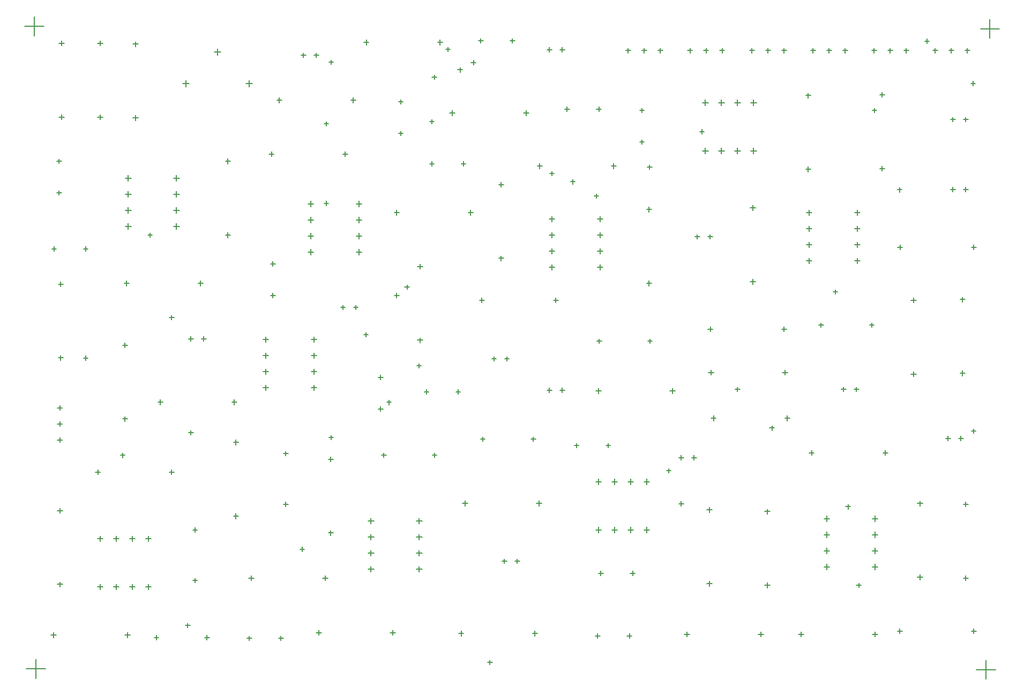
<source format=gbr>
G04*
G04 #@! TF.GenerationSoftware,Altium Limited,Altium Designer,22.4.2 (48)*
G04*
G04 Layer_Color=128*
%FSLAX25Y25*%
%MOIN*%
G70*
G04*
G04 #@! TF.SameCoordinates,9D7DA267-A193-428E-9E10-CD2539F38239*
G04*
G04*
G04 #@! TF.FilePolarity,Positive*
G04*
G01*
G75*
%ADD36C,0.00500*%
D36*
X530728Y447000D02*
X534272D01*
X532500Y445228D02*
Y448772D01*
X540728Y447000D02*
X544272D01*
X542500Y445228D02*
Y448772D01*
X550728Y447000D02*
X554272D01*
X552500Y445228D02*
Y448772D01*
X520728Y417000D02*
X524272D01*
X522500Y415228D02*
Y418772D01*
X197315Y458815D02*
X201315D01*
X199315Y456815D02*
Y460815D01*
X236685Y458815D02*
X240685D01*
X238685Y456815D02*
Y460815D01*
X217000Y478500D02*
X221000D01*
X219000Y476500D02*
Y480500D01*
X144228Y145500D02*
X147772D01*
X146000Y143728D02*
Y147272D01*
X154228Y145500D02*
X157772D01*
X156000Y143728D02*
Y147272D01*
X164228Y145500D02*
X167772D01*
X166000Y143728D02*
Y147272D01*
X174228Y145500D02*
X177772D01*
X176000Y143728D02*
Y147272D01*
X144228Y175500D02*
X147772D01*
X146000Y173728D02*
Y177272D01*
X154228Y175500D02*
X157772D01*
X156000Y173728D02*
Y177272D01*
X164228Y175500D02*
X167772D01*
X166000Y173728D02*
Y177272D01*
X174228Y175500D02*
X177772D01*
X176000Y173728D02*
Y177272D01*
X277228Y269500D02*
X280772D01*
X279000Y267728D02*
Y271272D01*
X277228Y279500D02*
X280772D01*
X279000Y277728D02*
Y281272D01*
X277228Y289500D02*
X280772D01*
X279000Y287728D02*
Y291272D01*
X277228Y299500D02*
X280772D01*
X279000Y297728D02*
Y301272D01*
X247228Y269500D02*
X250772D01*
X249000Y267728D02*
Y271272D01*
X247228Y279500D02*
X250772D01*
X249000Y277728D02*
Y281272D01*
X247228Y289500D02*
X250772D01*
X249000Y287728D02*
Y291272D01*
X247228Y299500D02*
X250772D01*
X249000Y297728D02*
Y301272D01*
X585228Y378500D02*
X588772D01*
X587000Y376728D02*
Y380272D01*
X585228Y368500D02*
X588772D01*
X587000Y366728D02*
Y370272D01*
X585228Y358500D02*
X588772D01*
X587000Y356728D02*
Y360272D01*
X585228Y348500D02*
X588772D01*
X587000Y346728D02*
Y350272D01*
X615228Y378500D02*
X618772D01*
X617000Y376728D02*
Y380272D01*
X615228Y368500D02*
X618772D01*
X617000Y366728D02*
Y370272D01*
X615228Y358500D02*
X618772D01*
X617000Y356728D02*
Y360272D01*
X615228Y348500D02*
X618772D01*
X617000Y346728D02*
Y350272D01*
X425228Y374500D02*
X428772D01*
X427000Y372728D02*
Y376272D01*
X425228Y364500D02*
X428772D01*
X427000Y362728D02*
Y366272D01*
X425228Y354500D02*
X428772D01*
X427000Y352728D02*
Y356272D01*
X425228Y344500D02*
X428772D01*
X427000Y342728D02*
Y346272D01*
X455228Y374500D02*
X458772D01*
X457000Y372728D02*
Y376272D01*
X455228Y364500D02*
X458772D01*
X457000Y362728D02*
Y366272D01*
X455228Y354500D02*
X458772D01*
X457000Y352728D02*
Y356272D01*
X455228Y344500D02*
X458772D01*
X457000Y342728D02*
Y346272D01*
X161728Y400000D02*
X165272D01*
X163500Y398228D02*
Y401772D01*
X161728Y390000D02*
X165272D01*
X163500Y388228D02*
Y391772D01*
X161728Y380000D02*
X165272D01*
X163500Y378228D02*
Y381772D01*
X161728Y370000D02*
X165272D01*
X163500Y368228D02*
Y371772D01*
X191728Y400000D02*
X195272D01*
X193500Y398228D02*
Y401772D01*
X191728Y390000D02*
X195272D01*
X193500Y388228D02*
Y391772D01*
X191728Y380000D02*
X195272D01*
X193500Y378228D02*
Y381772D01*
X191728Y370000D02*
X195272D01*
X193500Y368228D02*
Y371772D01*
X520728Y447000D02*
X524272D01*
X522500Y445228D02*
Y448772D01*
X550728Y417000D02*
X554272D01*
X552500Y415228D02*
Y418772D01*
X540728Y417000D02*
X544272D01*
X542500Y415228D02*
Y418772D01*
X530728Y417000D02*
X534272D01*
X532500Y415228D02*
Y418772D01*
X454122Y115000D02*
X456878D01*
X455500Y113622D02*
Y116378D01*
X473807Y115000D02*
X476563D01*
X475185Y113622D02*
Y116378D01*
X312728Y186500D02*
X316272D01*
X314500Y184728D02*
Y188272D01*
X312728Y176500D02*
X316272D01*
X314500Y174728D02*
Y178272D01*
X312728Y166500D02*
X316272D01*
X314500Y164728D02*
Y168272D01*
X312728Y156500D02*
X316272D01*
X314500Y154728D02*
Y158272D01*
X342728Y186500D02*
X346272D01*
X344500Y184728D02*
Y188272D01*
X342728Y176500D02*
X346272D01*
X344500Y174728D02*
Y178272D01*
X342728Y166500D02*
X346272D01*
X344500Y164728D02*
Y168272D01*
X342728Y156500D02*
X346272D01*
X344500Y154728D02*
Y158272D01*
X454228Y181000D02*
X457772D01*
X456000Y179228D02*
Y182772D01*
X464228Y181000D02*
X467772D01*
X466000Y179228D02*
Y182772D01*
X474228Y181000D02*
X477772D01*
X476000Y179228D02*
Y182772D01*
X484228Y181000D02*
X487772D01*
X486000Y179228D02*
Y182772D01*
X454228Y211000D02*
X457772D01*
X456000Y209228D02*
Y212772D01*
X464228Y211000D02*
X467772D01*
X466000Y209228D02*
Y212772D01*
X474228Y211000D02*
X477772D01*
X476000Y209228D02*
Y212772D01*
X484228Y211000D02*
X487772D01*
X486000Y209228D02*
Y212772D01*
X275228Y384000D02*
X278772D01*
X277000Y382228D02*
Y385772D01*
X275228Y374000D02*
X278772D01*
X277000Y372228D02*
Y375772D01*
X275228Y364000D02*
X278772D01*
X277000Y362228D02*
Y365772D01*
X275228Y354000D02*
X278772D01*
X277000Y352228D02*
Y355772D01*
X305228Y384000D02*
X308772D01*
X307000Y382228D02*
Y385772D01*
X305228Y374000D02*
X308772D01*
X307000Y372228D02*
Y375772D01*
X305228Y364000D02*
X308772D01*
X307000Y362228D02*
Y365772D01*
X305228Y354000D02*
X308772D01*
X307000Y352228D02*
Y355772D01*
X596228Y188000D02*
X599772D01*
X598000Y186228D02*
Y189772D01*
X596228Y178000D02*
X599772D01*
X598000Y176228D02*
Y179772D01*
X596228Y168000D02*
X599772D01*
X598000Y166228D02*
Y169772D01*
X596228Y158000D02*
X599772D01*
X598000Y156228D02*
Y159772D01*
X626228Y188000D02*
X629772D01*
X628000Y186228D02*
Y189772D01*
X626228Y178000D02*
X629772D01*
X628000Y176228D02*
Y179772D01*
X626228Y168000D02*
X629772D01*
X628000Y166228D02*
Y169772D01*
X626228Y158000D02*
X629772D01*
X628000Y156228D02*
Y159772D01*
X119500Y257000D02*
X122500D01*
X121000Y255500D02*
Y258500D01*
X119500Y247000D02*
X122500D01*
X121000Y245500D02*
Y248500D01*
X119500Y237000D02*
X122500D01*
X121000Y235500D02*
Y238500D01*
X179622Y114000D02*
X182378D01*
X181000Y112622D02*
Y115378D01*
X211118Y114000D02*
X213874D01*
X212496Y112622D02*
Y115378D01*
X203622Y149504D02*
X206378D01*
X205000Y148126D02*
Y150882D01*
X203622Y181000D02*
X206378D01*
X205000Y179622D02*
Y182378D01*
X260122Y228500D02*
X262878D01*
X261500Y227122D02*
Y229878D01*
X260122Y197004D02*
X262878D01*
X261500Y195626D02*
Y198382D01*
X352622Y227500D02*
X355378D01*
X354000Y226122D02*
Y228878D01*
X321126Y227500D02*
X323882D01*
X322504Y226122D02*
Y228878D01*
X382622Y237500D02*
X385378D01*
X384000Y236122D02*
Y238878D01*
X414118Y237500D02*
X416874D01*
X415496Y236122D02*
Y238878D01*
X593126Y308500D02*
X595882D01*
X594504Y307122D02*
Y309878D01*
X624622Y308500D02*
X627378D01*
X626000Y307122D02*
Y309878D01*
X455126Y298500D02*
X457882D01*
X456504Y297122D02*
Y299878D01*
X486622Y298500D02*
X489378D01*
X488000Y297122D02*
Y299878D01*
X287925Y179067D02*
X291075D01*
X289500Y177492D02*
Y180642D01*
X287925Y225000D02*
X291075D01*
X289500Y223425D02*
Y226575D01*
X228925Y235500D02*
X232075D01*
X230500Y233925D02*
Y237075D01*
X228925Y189567D02*
X232075D01*
X230500Y187992D02*
Y191142D01*
X280425Y117000D02*
X283575D01*
X282000Y115425D02*
Y118575D01*
X326358Y117000D02*
X329508D01*
X327933Y115425D02*
Y118575D01*
X188925Y217000D02*
X192075D01*
X190500Y215425D02*
Y218575D01*
X142992Y217000D02*
X146142D01*
X144567Y215425D02*
Y218575D01*
X159925Y250067D02*
X163075D01*
X161500Y248492D02*
Y251642D01*
X159925Y296000D02*
X163075D01*
X161500Y294425D02*
Y297575D01*
X119425Y147067D02*
X122575D01*
X121000Y145492D02*
Y148642D01*
X119425Y193000D02*
X122575D01*
X121000Y191425D02*
Y194575D01*
X238492Y151000D02*
X241642D01*
X240067Y149425D02*
Y152575D01*
X284425Y151000D02*
X287575D01*
X286000Y149425D02*
Y152575D01*
X161425Y115500D02*
X164575D01*
X163000Y113925D02*
Y117075D01*
X115492Y115500D02*
X118642D01*
X117067Y113925D02*
Y117075D01*
X414925Y116500D02*
X418075D01*
X416500Y114925D02*
Y118075D01*
X368992Y116500D02*
X372142D01*
X370567Y114925D02*
Y118075D01*
X454425Y267500D02*
X457575D01*
X456000Y265925D02*
Y269075D01*
X500358Y267500D02*
X503508D01*
X501933Y265925D02*
Y269075D01*
X417358Y197500D02*
X420508D01*
X418933Y195925D02*
Y199075D01*
X371425Y197500D02*
X374575D01*
X373000Y195925D02*
Y199075D01*
X555358Y116000D02*
X558508D01*
X556933Y114425D02*
Y117575D01*
X509425Y116000D02*
X512575D01*
X511000Y114425D02*
Y117575D01*
X523425Y193500D02*
X526575D01*
X525000Y191925D02*
Y195075D01*
X523425Y147567D02*
X526575D01*
X525000Y145992D02*
Y149142D01*
X580492Y116000D02*
X583642D01*
X582067Y114425D02*
Y117575D01*
X626425Y116000D02*
X629575D01*
X628000Y114425D02*
Y117575D01*
X687858Y118000D02*
X691008D01*
X689433Y116425D02*
Y119575D01*
X641925Y118000D02*
X645075D01*
X643500Y116425D02*
Y119575D01*
X525992Y250500D02*
X529142D01*
X527567Y248925D02*
Y252075D01*
X571925Y250500D02*
X575075D01*
X573500Y248925D02*
Y252075D01*
X559425Y192433D02*
X562575D01*
X561000Y190858D02*
Y194008D01*
X559425Y146500D02*
X562575D01*
X561000Y144925D02*
Y148075D01*
X682925Y196933D02*
X686075D01*
X684500Y195358D02*
Y198508D01*
X682925Y151000D02*
X686075D01*
X684500Y149425D02*
Y152575D01*
X680925Y278500D02*
X684075D01*
X682500Y276925D02*
Y280075D01*
X680925Y324433D02*
X684075D01*
X682500Y322858D02*
Y326008D01*
X641992Y357000D02*
X645142D01*
X643567Y355425D02*
Y358575D01*
X687925Y357000D02*
X691075D01*
X689500Y355425D02*
Y358575D01*
X632925Y229000D02*
X636075D01*
X634500Y227425D02*
Y230575D01*
X586992Y229000D02*
X590142D01*
X588567Y227425D02*
Y230575D01*
X654425Y197433D02*
X657575D01*
X656000Y195858D02*
Y199008D01*
X654425Y151500D02*
X657575D01*
X656000Y149925D02*
Y153075D01*
X650425Y323933D02*
X653575D01*
X652000Y322358D02*
Y325508D01*
X650425Y278000D02*
X653575D01*
X652000Y276425D02*
Y279575D01*
X550425Y335567D02*
X553575D01*
X552000Y333992D02*
Y337142D01*
X550425Y381500D02*
X553575D01*
X552000Y379925D02*
Y383075D01*
X630925Y451933D02*
X634075D01*
X632500Y450358D02*
Y453508D01*
X630925Y406000D02*
X634075D01*
X632500Y404425D02*
Y407575D01*
X570425Y279000D02*
X573575D01*
X572000Y277425D02*
Y280575D01*
X524492Y279000D02*
X527642D01*
X526067Y277425D02*
Y280575D01*
X343425Y345000D02*
X346575D01*
X345000Y343425D02*
Y346575D01*
X343425Y299067D02*
X346575D01*
X345000Y297492D02*
Y300642D01*
X569925Y306000D02*
X573075D01*
X571500Y304425D02*
Y307575D01*
X523992Y306000D02*
X527142D01*
X525567Y304425D02*
Y307575D01*
X584925Y405500D02*
X588075D01*
X586500Y403925D02*
Y407075D01*
X584925Y451433D02*
X588075D01*
X586500Y449858D02*
Y453008D01*
X393925Y350067D02*
X397075D01*
X395500Y348492D02*
Y351642D01*
X393925Y396000D02*
X397075D01*
X395500Y394425D02*
Y397575D01*
X381925Y324000D02*
X385075D01*
X383500Y322425D02*
Y325575D01*
X427858Y324000D02*
X431008D01*
X429433Y322425D02*
Y325575D01*
X417925Y407500D02*
X421075D01*
X419500Y405925D02*
Y409075D01*
X463858Y407500D02*
X467008D01*
X465433Y405925D02*
Y409075D01*
X485925Y334567D02*
X489075D01*
X487500Y332992D02*
Y336142D01*
X485925Y380500D02*
X489075D01*
X487500Y378925D02*
Y382075D01*
X363492Y440500D02*
X366642D01*
X365067Y438925D02*
Y442075D01*
X409425Y440500D02*
X412575D01*
X411000Y438925D02*
Y442075D01*
X374858Y378500D02*
X378008D01*
X376433Y376925D02*
Y380075D01*
X328925Y378500D02*
X332075D01*
X330500Y376925D02*
Y380075D01*
X355925Y484500D02*
X359075D01*
X357500Y482925D02*
Y486075D01*
X309992Y484500D02*
X313142D01*
X311567Y482925D02*
Y486075D01*
X250992Y415000D02*
X254142D01*
X252567Y413425D02*
Y416575D01*
X296925Y415000D02*
X300075D01*
X298500Y413425D02*
Y416575D01*
X227858Y260500D02*
X231008D01*
X229433Y258925D02*
Y262075D01*
X181925Y260500D02*
X185075D01*
X183500Y258925D02*
Y262075D01*
X223925Y410500D02*
X227075D01*
X225500Y408925D02*
Y412075D01*
X223925Y364567D02*
X227075D01*
X225500Y362992D02*
Y366142D01*
X206858Y334500D02*
X210008D01*
X208433Y332925D02*
Y336075D01*
X160925Y334500D02*
X164075D01*
X162500Y332925D02*
Y336075D01*
X301858Y448500D02*
X305008D01*
X303433Y446925D02*
Y450075D01*
X255925Y448500D02*
X259075D01*
X257500Y446925D02*
Y450075D01*
X119925Y288067D02*
X123075D01*
X121500Y286492D02*
Y289642D01*
X119925Y334000D02*
X123075D01*
X121500Y332425D02*
Y335575D01*
X166425Y483433D02*
X169575D01*
X168000Y481858D02*
Y485008D01*
X166425Y437500D02*
X169575D01*
X168000Y435925D02*
Y439075D01*
X144425Y438000D02*
X147575D01*
X146000Y436425D02*
Y439575D01*
X144425Y483933D02*
X147575D01*
X146000Y482358D02*
Y485508D01*
X120425Y483933D02*
X123575D01*
X122000Y482358D02*
Y485508D01*
X120425Y438000D02*
X123575D01*
X122000Y436425D02*
Y439575D01*
X209122Y300000D02*
X211878D01*
X210500Y298622D02*
Y301378D01*
X201122Y300000D02*
X203878D01*
X202500Y298622D02*
Y301378D01*
X396122Y161500D02*
X398878D01*
X397500Y160122D02*
Y162878D01*
X404122Y161500D02*
X406878D01*
X405500Y160122D02*
Y162878D01*
X424122Y268000D02*
X426878D01*
X425500Y266622D02*
Y269378D01*
X432122Y268000D02*
X434878D01*
X433500Y266622D02*
Y269378D01*
X506122Y226000D02*
X508878D01*
X507500Y224622D02*
Y227378D01*
X514122Y226000D02*
X516878D01*
X515500Y224622D02*
Y227378D01*
X680122Y238000D02*
X682878D01*
X681500Y236622D02*
Y239378D01*
X672122Y238000D02*
X674878D01*
X673500Y236622D02*
Y239378D01*
X675122Y393000D02*
X677878D01*
X676500Y391622D02*
Y394378D01*
X683122Y393000D02*
X685878D01*
X684500Y391622D02*
Y394378D01*
X615122Y268500D02*
X617878D01*
X616500Y267122D02*
Y269878D01*
X607122Y268500D02*
X609878D01*
X608500Y267122D02*
Y269878D01*
X675122Y436500D02*
X677878D01*
X676500Y435122D02*
Y437878D01*
X683122Y436500D02*
X685878D01*
X684500Y435122D02*
Y437878D01*
X397622Y287500D02*
X400378D01*
X399000Y286122D02*
Y288878D01*
X389622Y287500D02*
X392378D01*
X391000Y286122D02*
Y288878D01*
X295622Y319500D02*
X298378D01*
X297000Y318122D02*
Y320878D01*
X303622Y319500D02*
X306378D01*
X305000Y318122D02*
Y320878D01*
X524122Y363500D02*
X526878D01*
X525500Y362122D02*
Y364878D01*
X516122Y363500D02*
X518878D01*
X517500Y362122D02*
Y364878D01*
X432122Y480000D02*
X434878D01*
X433500Y478622D02*
Y481378D01*
X424122Y480000D02*
X426878D01*
X425500Y478622D02*
Y481378D01*
X279122Y476500D02*
X281878D01*
X280500Y475122D02*
Y477878D01*
X271122Y476500D02*
X273878D01*
X272500Y475122D02*
Y477878D01*
X237437Y113500D02*
X240193D01*
X238815Y112122D02*
Y114878D01*
X257122Y113500D02*
X259878D01*
X258500Y112122D02*
Y114878D01*
X319122Y256315D02*
X321878D01*
X320500Y254937D02*
Y257693D01*
X319122Y276000D02*
X321878D01*
X320500Y274622D02*
Y277378D01*
X456122Y154000D02*
X458878D01*
X457500Y152622D02*
Y155378D01*
X475807Y154000D02*
X478563D01*
X477185Y152622D02*
Y155378D01*
X460622Y233500D02*
X463378D01*
X462000Y232122D02*
Y234878D01*
X440937Y233500D02*
X443693D01*
X442315Y232122D02*
Y234878D01*
X347622Y267000D02*
X350378D01*
X349000Y265622D02*
Y268378D01*
X367307Y267000D02*
X370063D01*
X368685Y265622D02*
Y268378D01*
X481622Y422500D02*
X484378D01*
X483000Y421122D02*
Y423878D01*
X481622Y442185D02*
X484378D01*
X483000Y440807D02*
Y443563D01*
X454807Y443000D02*
X457563D01*
X456185Y441622D02*
Y444378D01*
X435122Y443000D02*
X437878D01*
X436500Y441622D02*
Y444378D01*
X381437Y485500D02*
X384193D01*
X382815Y484122D02*
Y486878D01*
X401122Y485500D02*
X403878D01*
X402500Y484122D02*
Y486878D01*
X370622Y409000D02*
X373378D01*
X372000Y407622D02*
Y410378D01*
X350937Y409000D02*
X353693D01*
X352315Y407622D02*
Y410378D01*
X252122Y327000D02*
X254878D01*
X253500Y325622D02*
Y328378D01*
X252122Y346685D02*
X254878D01*
X253500Y345307D02*
Y348063D01*
X135622Y356000D02*
X138378D01*
X137000Y354622D02*
Y357378D01*
X115937Y356000D02*
X118693D01*
X117315Y354622D02*
Y357378D01*
X331622Y427815D02*
X334378D01*
X333000Y426437D02*
Y429193D01*
X331622Y447500D02*
X334378D01*
X333000Y446122D02*
Y448878D01*
X119122Y410500D02*
X121878D01*
X120500Y409122D02*
Y411878D01*
X119122Y390815D02*
X121878D01*
X120500Y389437D02*
Y392193D01*
X684000Y479500D02*
X687000D01*
X685500Y478000D02*
Y481000D01*
X674000Y479500D02*
X677000D01*
X675500Y478000D02*
Y481000D01*
X664000Y479500D02*
X667000D01*
X665500Y478000D02*
Y481000D01*
X626000Y479500D02*
X629000D01*
X627500Y478000D02*
Y481000D01*
X636000Y479500D02*
X639000D01*
X637500Y478000D02*
Y481000D01*
X646000Y479500D02*
X649000D01*
X647500Y478000D02*
Y481000D01*
X608000Y479500D02*
X611000D01*
X609500Y478000D02*
Y481000D01*
X598000Y479500D02*
X601000D01*
X599500Y478000D02*
Y481000D01*
X588000Y479500D02*
X591000D01*
X589500Y478000D02*
Y481000D01*
X570000Y479500D02*
X573000D01*
X571500Y478000D02*
Y481000D01*
X560000Y479500D02*
X563000D01*
X561500Y478000D02*
Y481000D01*
X550000Y479500D02*
X553000D01*
X551500Y478000D02*
Y481000D01*
X531500Y479500D02*
X534500D01*
X533000Y478000D02*
Y481000D01*
X521500Y479500D02*
X524500D01*
X523000Y478000D02*
Y481000D01*
X511500Y479500D02*
X514500D01*
X513000Y478000D02*
Y481000D01*
X473000Y479500D02*
X476000D01*
X474500Y478000D02*
Y481000D01*
X483000Y479500D02*
X486000D01*
X484500Y478000D02*
Y481000D01*
X493000Y479500D02*
X496000D01*
X494500Y478000D02*
Y481000D01*
X693595Y493000D02*
X705406D01*
X699500Y487094D02*
Y498906D01*
X691094Y94000D02*
X702906D01*
X697000Y88095D02*
Y99906D01*
X100094Y94500D02*
X111906D01*
X106000Y88595D02*
Y100406D01*
X99094Y494500D02*
X110906D01*
X105000Y488594D02*
Y500406D01*
X135600Y288000D02*
X138400D01*
X137000Y286600D02*
Y289400D01*
X387100Y98500D02*
X389900D01*
X388500Y97100D02*
Y99900D01*
X368500Y467400D02*
X371300D01*
X369900Y466000D02*
Y468800D01*
X324300Y260400D02*
X327100D01*
X325700Y259000D02*
Y261800D01*
X626200Y442100D02*
X629000D01*
X627600Y440700D02*
Y443500D01*
X519000Y429000D02*
X521800D01*
X520400Y427600D02*
Y430400D01*
X506100Y197300D02*
X508900D01*
X507500Y195900D02*
Y198700D01*
X498300Y217897D02*
X501100D01*
X499700Y216497D02*
Y219297D01*
X687600Y459000D02*
X690400D01*
X689000Y457600D02*
Y460400D01*
X541100Y268500D02*
X543900D01*
X542500Y267100D02*
Y269900D01*
X288237Y472237D02*
X291037D01*
X289637Y470837D02*
Y473637D01*
X376800Y472000D02*
X379600D01*
X378200Y470600D02*
Y473400D01*
X562500Y244400D02*
X565300D01*
X563900Y243000D02*
Y245800D01*
X360900Y480100D02*
X363700D01*
X362300Y478700D02*
Y481500D01*
X352500Y462900D02*
X355300D01*
X353900Y461500D02*
Y464300D01*
X350915Y435100D02*
X353715D01*
X352315Y433700D02*
Y436500D01*
X175667Y364567D02*
X178467D01*
X177067Y363167D02*
Y365967D01*
X310000Y302600D02*
X312800D01*
X311400Y301200D02*
Y304000D01*
X641900Y392700D02*
X644700D01*
X643300Y391300D02*
Y394100D01*
X486400Y406800D02*
X489200D01*
X487800Y405400D02*
Y408200D01*
X285300Y384300D02*
X288100D01*
X286700Y382900D02*
Y385700D01*
X285300Y433900D02*
X288100D01*
X286700Y432500D02*
Y435300D01*
X189100Y313200D02*
X191900D01*
X190500Y311800D02*
Y314600D01*
X335500Y332100D02*
X338300D01*
X336900Y330700D02*
Y333500D01*
X601900Y329100D02*
X604700D01*
X603300Y327700D02*
Y330500D01*
X158700Y227400D02*
X161500D01*
X160100Y226000D02*
Y228800D01*
X288300Y238500D02*
X291100D01*
X289700Y237100D02*
Y239900D01*
X199100Y121500D02*
X201900D01*
X200500Y120100D02*
Y122900D01*
X453300Y388900D02*
X456100D01*
X454700Y387500D02*
Y390300D01*
X609800Y195400D02*
X612600D01*
X611200Y194000D02*
Y196800D01*
X342900Y283100D02*
X345700D01*
X344300Y281700D02*
Y284500D01*
X329100Y327000D02*
X331900D01*
X330500Y325600D02*
Y328400D01*
X688033Y242600D02*
X690833D01*
X689433Y241200D02*
Y244000D01*
X438700Y397700D02*
X441500D01*
X440100Y396300D02*
Y399100D01*
X659000Y485300D02*
X661800D01*
X660400Y483900D02*
Y486700D01*
X201100Y241500D02*
X203900D01*
X202500Y240100D02*
Y242900D01*
X270300Y169000D02*
X273100D01*
X271700Y167600D02*
Y170400D01*
X616500Y146500D02*
X619300D01*
X617900Y145100D02*
Y147900D01*
X425600Y402900D02*
X428400D01*
X427000Y401500D02*
Y404300D01*
M02*

</source>
